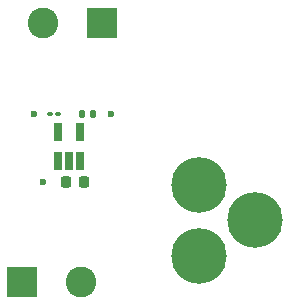
<source format=gts>
%TF.GenerationSoftware,KiCad,Pcbnew,8.0.4*%
%TF.CreationDate,2024-11-20T20:48:09-05:00*%
%TF.ProjectId,voltage_regulator_3V3_ap2210,766f6c74-6167-4655-9f72-6567756c6174,rev?*%
%TF.SameCoordinates,Original*%
%TF.FileFunction,Soldermask,Top*%
%TF.FilePolarity,Negative*%
%FSLAX46Y46*%
G04 Gerber Fmt 4.6, Leading zero omitted, Abs format (unit mm)*
G04 Created by KiCad (PCBNEW 8.0.4) date 2024-11-20 20:48:09*
%MOMM*%
%LPD*%
G01*
G04 APERTURE LIST*
G04 Aperture macros list*
%AMRoundRect*
0 Rectangle with rounded corners*
0 $1 Rounding radius*
0 $2 $3 $4 $5 $6 $7 $8 $9 X,Y pos of 4 corners*
0 Add a 4 corners polygon primitive as box body*
4,1,4,$2,$3,$4,$5,$6,$7,$8,$9,$2,$3,0*
0 Add four circle primitives for the rounded corners*
1,1,$1+$1,$2,$3*
1,1,$1+$1,$4,$5*
1,1,$1+$1,$6,$7*
1,1,$1+$1,$8,$9*
0 Add four rect primitives between the rounded corners*
20,1,$1+$1,$2,$3,$4,$5,0*
20,1,$1+$1,$4,$5,$6,$7,0*
20,1,$1+$1,$6,$7,$8,$9,0*
20,1,$1+$1,$8,$9,$2,$3,0*%
G04 Aperture macros list end*
%ADD10R,2.600000X2.600000*%
%ADD11C,2.600000*%
%ADD12C,4.704000*%
%ADD13RoundRect,0.102000X-0.275000X-0.650000X0.275000X-0.650000X0.275000X0.650000X-0.275000X0.650000X0*%
%ADD14RoundRect,0.100000X0.130000X0.100000X-0.130000X0.100000X-0.130000X-0.100000X0.130000X-0.100000X0*%
%ADD15RoundRect,0.140000X-0.140000X-0.170000X0.140000X-0.170000X0.140000X0.170000X-0.140000X0.170000X0*%
%ADD16RoundRect,0.225000X0.225000X0.250000X-0.225000X0.250000X-0.225000X-0.250000X0.225000X-0.250000X0*%
%ADD17C,0.600000*%
G04 APERTURE END LIST*
D10*
%TO.C,J3*%
X104000000Y-46250000D03*
D11*
X99000000Y-46250000D03*
%TD*%
D12*
%TO.C,J2*%
X112250000Y-60000000D03*
X112250000Y-66000000D03*
X116950000Y-63000000D03*
%TD*%
D13*
%TO.C,U1*%
X100275000Y-58000000D03*
X101225000Y-58000000D03*
X102175000Y-58000000D03*
X102175000Y-55500000D03*
X100275000Y-55500000D03*
%TD*%
D10*
%TO.C,J1*%
X97250000Y-68250000D03*
D11*
X102250000Y-68250000D03*
%TD*%
D14*
%TO.C,C2*%
X100250000Y-54000000D03*
X99610000Y-54000000D03*
%TD*%
D15*
%TO.C,C3*%
X102270000Y-54000000D03*
X103230000Y-54000000D03*
%TD*%
D16*
%TO.C,C1*%
X102500000Y-59750000D03*
X100950000Y-59750000D03*
%TD*%
D17*
X98250000Y-54000000D03*
X99000000Y-59750000D03*
X104750000Y-54000000D03*
M02*

</source>
